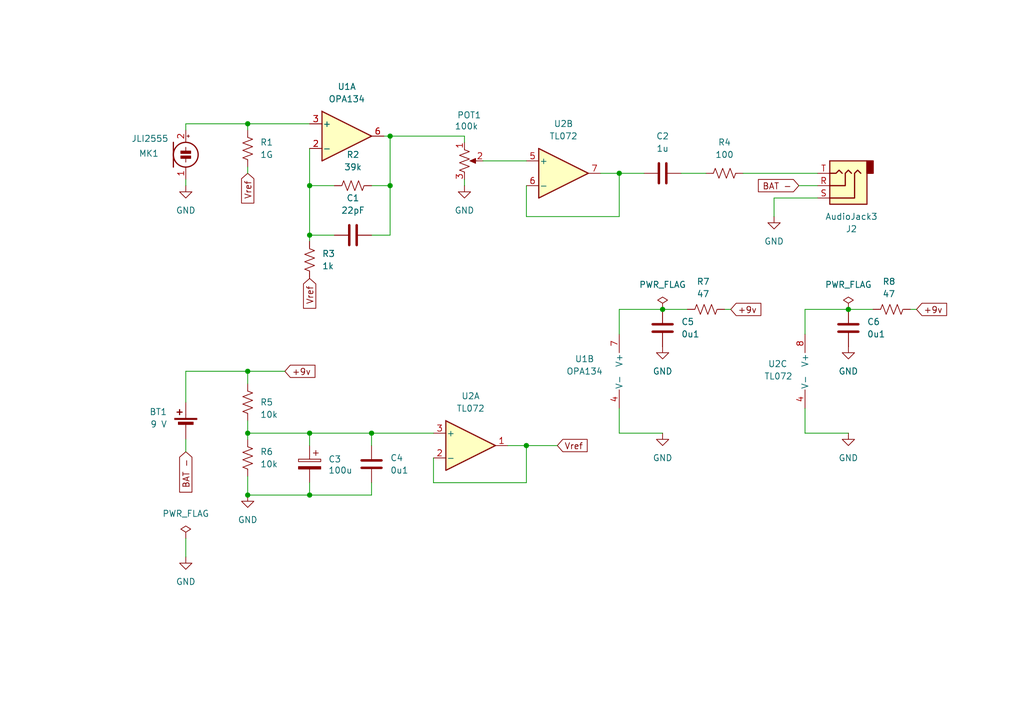
<source format=kicad_sch>
(kicad_sch (version 20250114) (generator "eeschema") (generator_version "9.0")
  (paper "A5")
  (title_block (title "JLI 2555 tin can mic ") (date "2025-05-25") (rev "2.0") (company "Anauseam"))
  (lib_symbols
    (symbol "Amplifier_Operational:TL072" (pin_names (offset 0.127))
      (property "Reference" "U" (at 0 5.08 0))
      (property "Value" "TL072" (at 0 -5.08 0))
      (symbol "TL072_1_1"
        (polyline (pts (xy -5.08 5.08) (xy 5.08 0) (xy -5.08 -5.08) (xy -5.08 5.08)) (stroke (width 0.254)) (fill (type background)))
        (pin input line (at -7.62 2.54 0) (length 2.54) (name "+") (number "3"))
        (pin input line (at -7.62 -2.54 0) (length 2.54) (name "-") (number "2"))
        (pin output line (at 7.62 0 180) (length 2.54) (name "~") (number "1"))
      )
      (symbol "TL072_2_1"
        (polyline (pts (xy -5.08 5.08) (xy 5.08 0) (xy -5.08 -5.08) (xy -5.08 5.08)) (stroke (width 0.254)) (fill (type background)))
        (pin input line (at -7.62 2.54 0) (length 2.54) (name "+") (number "5"))
        (pin input line (at -7.62 -2.54 0) (length 2.54) (name "-") (number "6"))
        (pin output line (at 7.62 0 180) (length 2.54) (name "~") (number "7"))
      )
      (symbol "TL072_3_1"
        (pin power_in line (at -2.54 7.62 270) (length 3.81) (name "V+") (number "8"))
        (pin power_in line (at -2.54 -7.62 90) (length 3.81) (name "V-") (number "4"))
      )
    )
    (symbol "Anauseam:OPA134" (pin_names (offset 0.127))
      (property "Reference" "U" (at 1.27 6.35 0))
      (property "Value" "OPA134" (at 1.27 3.81 0))
      (symbol "OPA134_1_1"
        (polyline (pts (xy -5.08 5.08) (xy 5.08 0) (xy -5.08 -5.08) (xy -5.08 5.08)) (stroke (width 0.254)) (fill (type background)))
        (pin input line (at -7.62 2.54 0) (length 2.54) (name "+") (number "3"))
        (pin input line (at -7.62 -2.54 0) (length 2.54) (name "-") (number "2"))
        (pin output line (at 7.62 0 180) (length 2.54) (name "~") (number "6"))
      )
      (symbol "OPA134_2_1"
        (pin power_in line (at -2.54 7.62 270) (length 3.81) (name "V+") (number "7"))
        (pin power_in line (at -2.54 -7.62 90) (length 3.81) (name "V-") (number "4"))
        (pin no_connect line (at 0 2.54 270) (length 2.54) (hide yes) (name "NC") (number "5"))
        (pin no_connect line (at 0 -7.62 90) (length 5.08) (hide yes) (name "NC") (number "1"))
        (pin no_connect line (at 2.54 -7.62 90) (length 6.35) (hide yes) (name "NC") (number "8"))
      )
    )
    (symbol "Connector_Audio:AudioJack3"
      (property "Reference" "J" (at 0 8.89 0))
      (property "Value" "AudioJack3" (at 0 6.35 0))
      (symbol "AudioJack3_0_1"
        (rectangle (start -5.08 -5.08) (end -6.35 -2.54) (stroke (width 0.254)) (fill (type outline)))
        (polyline (pts (xy -1.905 -2.54) (xy -1.27 -3.175) (xy -0.635 -2.54) (xy -0.635 0) (xy 2.54 0)) (stroke (width 0.254)))
        (polyline (pts (xy 0 -2.54) (xy 0.635 -3.175) (xy 1.27 -2.54) (xy 2.54 -2.54)) (stroke (width 0.254)))
        (rectangle (start 2.54 3.81) (end -5.08 -5.08) (stroke (width 0.254)) (fill (type background)))
        (polyline (pts (xy 2.54 2.54) (xy -2.54 2.54) (xy -2.54 -2.54) (xy -3.175 -3.175) (xy -3.81 -2.54)) (stroke (width 0.254)))
      )
      (symbol "AudioJack3_1_1"
        (pin passive line (at 5.08 2.54 180) (length 2.54) (name "~") (number "S"))
        (pin passive line (at 5.08 0 180) (length 2.54) (name "~") (number "R"))
        (pin passive line (at 5.08 -2.54 180) (length 2.54) (name "~") (number "T"))
      )
    )
    (symbol "Device:Battery_Cell" (pin_numbers (hide yes)) (pin_names (offset 0) (hide yes))
      (property "Reference" "BT" (at 2.54 2.54 0))
      (property "Value" "Battery_Cell" (at 2.54 0 0))
      (symbol "Battery_Cell_0_1"
        (rectangle (start -2.286 1.778) (end 2.286 1.524) (fill (type outline)))
        (rectangle (start -1.524 1.016) (end 1.524 0.508) (fill (type outline)))
        (polyline (pts (xy 0 1.778) (xy 0 2.54)))
        (polyline (pts (xy 0 0.762) (xy 0 0)))
        (polyline (pts (xy 0.762 3.048) (xy 1.778 3.048)) (stroke (width 0.254)))
        (polyline (pts (xy 1.27 3.556) (xy 1.27 2.54)) (stroke (width 0.254)))
      )
      (symbol "Battery_Cell_1_1"
        (pin passive line (at 0 5.08 270) (length 2.54) (name "+") (number "1"))
        (pin passive line (at 0 -2.54 90) (length 2.54) (name "-") (number "2"))
      )
    )
    (symbol "Device:C" (pin_numbers (hide yes)) (pin_names (offset 0.254))
      (property "Reference" "C" (at 0.635 2.54 0))
      (property "Value" "C" (at 0.635 -2.54 0))
      (symbol "C_0_1"
        (polyline (pts (xy -2.032 0.762) (xy 2.032 0.762)) (stroke (width 0.508)))
        (polyline (pts (xy -2.032 -0.762) (xy 2.032 -0.762)) (stroke (width 0.508)))
      )
      (symbol "C_1_1"
        (pin passive line (at 0 3.81 270) (length 2.794) (name "~") (number "1"))
        (pin passive line (at 0 -3.81 90) (length 2.794) (name "~") (number "2"))
      )
    )
    (symbol "Device:C_Polarized" (pin_numbers (hide yes)) (pin_names (offset 0.254))
      (property "Reference" "C" (at 0.635 2.54 0))
      (property "Value" "C_Polarized" (at 0.635 -2.54 0))
      (symbol "C_Polarized_0_1"
        (rectangle (start -2.286 0.508) (end 2.286 1.016))
        (polyline (pts (xy -1.778 2.286) (xy -0.762 2.286)))
        (polyline (pts (xy -1.27 2.794) (xy -1.27 1.778)))
        (rectangle (start 2.286 -0.508) (end -2.286 -1.016) (fill (type outline)))
      )
      (symbol "C_Polarized_1_1"
        (pin passive line (at 0 3.81 270) (length 2.794) (name "~") (number "1"))
        (pin passive line (at 0 -3.81 90) (length 2.794) (name "~") (number "2"))
      )
    )
    (symbol "Device:Microphone_Condenser" (pin_names (offset 0.0254) (hide yes))
      (property "Reference" "MK" (at -3.302 1.27 0))
      (property "Value" "Microphone_Condenser" (at -3.302 -0.635 0))
      (symbol "Microphone_Condenser_0_1"
        (polyline (pts (xy -2.54 2.54) (xy -2.54 -2.54)) (stroke (width 0.254)))
        (polyline (pts (xy 0 0.762) (xy 0 1.524)))
        (circle (center 0 0) (radius 2.54) (stroke (width 0.254)))
        (polyline (pts (xy 0 -0.762) (xy 0 -1.524)))
        (polyline (pts (xy 0.254 3.81) (xy 0.762 3.81)))
        (polyline (pts (xy 0.508 4.064) (xy 0.508 3.556)))
        (rectangle (start 1.016 0.762) (end -1.016 0.254) (fill (type outline)))
        (rectangle (start 1.016 -0.254) (end -1.016 -0.762) (fill (type outline)))
      )
      (symbol "Microphone_Condenser_1_1"
        (pin passive line (at 0 5.08 270) (length 2.54) (name "+") (number "2"))
        (pin passive line (at 0 -5.08 90) (length 2.54) (name "-") (number "1"))
      )
    )
    (symbol "Device:R_Potentiometer_US" (pin_names (offset 1.016) (hide yes))
      (property "Reference" "RV" (at -4.445 0 90))
      (property "Value" "R_Potentiometer_US" (at -2.54 0 90))
      (symbol "R_Potentiometer_US_0_1"
        (polyline (pts (xy 0 2.54) (xy 0 2.286)))
        (polyline (pts (xy 0 2.286) (xy 1.016 1.905) (xy 0 1.524) (xy -1.016 1.143) (xy 0 0.762)))
        (polyline (pts (xy 0 0.762) (xy 1.016 0.381) (xy 0 0) (xy -1.016 -0.381) (xy 0 -0.762)))
        (polyline (pts (xy 0 -0.762) (xy 1.016 -1.143) (xy 0 -1.524) (xy -1.016 -1.905) (xy 0 -2.286)))
        (polyline (pts (xy 0 -2.286) (xy 0 -2.54)))
        (polyline (pts (xy 1.143 0) (xy 2.286 0.508) (xy 2.286 -0.508) (xy 1.143 0)) (fill (type outline)))
        (polyline (pts (xy 2.54 0) (xy 1.524 0)))
      )
      (symbol "R_Potentiometer_US_1_1"
        (pin passive line (at 0 3.81 270) (length 1.27) (name "1") (number "1"))
        (pin passive line (at 0 -3.81 90) (length 1.27) (name "3") (number "3"))
        (pin passive line (at 3.81 0 180) (length 1.27) (name "2") (number "2"))
      )
    )
    (symbol "Device:R_US" (pin_numbers (hide yes)) (pin_names (offset 0))
      (property "Reference" "R" (at 2.54 0 90))
      (property "Value" "R_US" (at -2.54 0 90))
      (symbol "R_US_0_1"
        (polyline (pts (xy 0 2.286) (xy 0 2.54)))
        (polyline (pts (xy 0 2.286) (xy 1.016 1.905) (xy 0 1.524) (xy -1.016 1.143) (xy 0 0.762)))
        (polyline (pts (xy 0 0.762) (xy 1.016 0.381) (xy 0 0) (xy -1.016 -0.381) (xy 0 -0.762)))
        (polyline (pts (xy 0 -0.762) (xy 1.016 -1.143) (xy 0 -1.524) (xy -1.016 -1.905) (xy 0 -2.286)))
        (polyline (pts (xy 0 -2.286) (xy 0 -2.54)))
      )
      (symbol "R_US_1_1"
        (pin passive line (at 0 3.81 270) (length 1.27) (name "~") (number "1"))
        (pin passive line (at 0 -3.81 90) (length 1.27) (name "~") (number "2"))
      )
    )
    (symbol "power:GND" (power) (pin_numbers (hide yes)) (pin_names (offset 0) (hide yes))
      (property "Value" "GND" (at 0 -3.81 0))
      (symbol "GND_0_1"
        (polyline (pts (xy 0 0) (xy 0 -1.27) (xy 1.27 -1.27) (xy 0 -2.54) (xy -1.27 -1.27) (xy 0 -1.27)))
      )
      (symbol "GND_1_1"
        (pin power_in line (at 0 0 270) (length 0) (name "~") (number "1"))
      )
    )
    (symbol "power:PWR_FLAG" (power) (pin_numbers (hide yes)) (pin_names (offset 0) (hide yes))
      (property "Value" "PWR_FLAG" (at 0 3.81 0))
      (symbol "PWR_FLAG_0_0"
        (pin power_out line (at 0 0 90) (length 0) (name "~") (number "1"))
      )
      (symbol "PWR_FLAG_0_1"
        (polyline (pts (xy 0 0) (xy 0 1.27) (xy -1.016 1.905) (xy 0 2.54) (xy 1.016 1.905) (xy 0 1.27)))
      )
    )
  )
  (junction (at 63.5 38.1))
  (junction (at 127 35.56))
  (junction (at 80.01 27.94))
  (junction (at 63.5 88.9))
  (junction (at 76.2 88.9))
  (junction (at 135.89 63.5))
  (junction (at 80.01 38.1))
  (junction (at 107.95 91.44))
  (junction (at 50.8 88.9))
  (junction (at 63.5 48.26))
  (junction (at 50.8 101.6))
  (junction (at 63.5 101.6))
  (junction (at 50.8 25.4))
  (junction (at 173.99 63.5))
  (junction (at 50.8 76.2))
  (wire (pts (xy 139.7 35.56) (xy 144.78 35.56)))
  (wire (pts (xy 107.95 44.45) (xy 127 44.45)))
  (wire (pts (xy 38.1 25.4) (xy 50.8 25.4)))
  (wire (pts (xy 63.5 48.26) (xy 63.5 49.53)))
  (wire (pts (xy 50.8 101.6) (xy 50.8 97.79)))
  (wire (pts (xy 63.5 30.48) (xy 63.5 38.1)))
  (wire (pts (xy 186.69 63.5) (xy 187.96 63.5)))
  (wire (pts (xy 152.4 35.56) (xy 167.64 35.56)))
  (wire (pts (xy 80.01 27.94) (xy 80.01 38.1)))
  (wire (pts (xy 76.2 99.06) (xy 76.2 101.6)))
  (wire (pts (xy 127 83.82) (xy 127 88.9)))
  (wire (pts (xy 158.75 40.64) (xy 158.75 44.45)))
  (wire (pts (xy 50.8 86.36) (xy 50.8 88.9)))
  (wire (pts (xy 50.8 25.4) (xy 63.5 25.4)))
  (wire (pts (xy 50.8 101.6) (xy 63.5 101.6)))
  (wire (pts (xy 76.2 48.26) (xy 80.01 48.26)))
  (wire (pts (xy 76.2 88.9) (xy 88.9 88.9)))
  (wire (pts (xy 50.8 76.2) (xy 58.42 76.2)))
  (wire (pts (xy 38.1 76.2) (xy 38.1 82.55)))
  (wire (pts (xy 80.01 38.1) (xy 80.01 48.26)))
  (wire (pts (xy 165.1 63.5) (xy 165.1 68.58)))
  (wire (pts (xy 88.9 99.06) (xy 107.95 99.06)))
  (wire (pts (xy 50.8 35.56) (xy 50.8 34.29)))
  (wire (pts (xy 80.01 27.94) (xy 95.25 27.94)))
  (wire (pts (xy 173.99 63.5) (xy 165.1 63.5)))
  (wire (pts (xy 63.5 101.6) (xy 63.5 99.06)))
  (wire (pts (xy 135.89 63.5) (xy 140.97 63.5)))
  (wire (pts (xy 38.1 90.17) (xy 38.1 92.71)))
  (wire (pts (xy 78.74 27.94) (xy 80.01 27.94)))
  (wire (pts (xy 95.25 27.94) (xy 95.25 29.21)))
  (wire (pts (xy 50.8 88.9) (xy 50.8 90.17)))
  (wire (pts (xy 38.1 38.1) (xy 38.1 36.83)))
  (wire (pts (xy 63.5 48.26) (xy 68.58 48.26)))
  (wire (pts (xy 63.5 38.1) (xy 63.5 48.26)))
  (wire (pts (xy 135.89 88.9) (xy 127 88.9)))
  (wire (pts (xy 107.95 91.44) (xy 107.95 99.06)))
  (wire (pts (xy 104.14 91.44) (xy 107.95 91.44)))
  (wire (pts (xy 63.5 38.1) (xy 68.58 38.1)))
  (wire (pts (xy 63.5 88.9) (xy 63.5 91.44)))
  (wire (pts (xy 127 35.56) (xy 132.08 35.56)))
  (wire (pts (xy 99.06 33.02) (xy 107.95 33.02)))
  (wire (pts (xy 127 63.5) (xy 127 68.58)))
  (wire (pts (xy 76.2 38.1) (xy 80.01 38.1)))
  (wire (pts (xy 50.8 26.67) (xy 50.8 25.4)))
  (wire (pts (xy 173.99 63.5) (xy 179.07 63.5)))
  (wire (pts (xy 38.1 26.67) (xy 38.1 25.4)))
  (wire (pts (xy 123.19 35.56) (xy 127 35.56)))
  (wire (pts (xy 38.1 76.2) (xy 50.8 76.2)))
  (wire (pts (xy 163.83 38.1) (xy 167.64 38.1)))
  (wire (pts (xy 76.2 101.6) (xy 63.5 101.6)))
  (wire (pts (xy 127 44.45) (xy 127 35.56)))
  (wire (pts (xy 173.99 88.9) (xy 165.1 88.9)))
  (wire (pts (xy 76.2 91.44) (xy 76.2 88.9)))
  (wire (pts (xy 165.1 83.82) (xy 165.1 88.9)))
  (wire (pts (xy 107.95 91.44) (xy 114.3 91.44)))
  (wire (pts (xy 148.59 63.5) (xy 149.86 63.5)))
  (wire (pts (xy 63.5 88.9) (xy 76.2 88.9)))
  (wire (pts (xy 38.1 110.49) (xy 38.1 114.3)))
  (wire (pts (xy 158.75 40.64) (xy 167.64 40.64)))
  (wire (pts (xy 50.8 78.74) (xy 50.8 76.2)))
  (wire (pts (xy 50.8 88.9) (xy 63.5 88.9)))
  (wire (pts (xy 107.95 38.1) (xy 107.95 44.45)))
  (wire (pts (xy 95.25 38.1) (xy 95.25 36.83)))
  (wire (pts (xy 135.89 63.5) (xy 127 63.5)))
  (wire (pts (xy 88.9 93.98) (xy 88.9 99.06)))
  (global_label "+9v" (shape input) (at 58.42 76.2 0) (property "Intersheetrefs" "${INTERSHEET_REFS}" (effects (hide yes))))
  (global_label "Vref" (shape input) (at 50.8 35.56 270) (property "Intersheetrefs" "${INTERSHEET_REFS}" (effects (hide yes))))
  (global_label "BAT -" (shape input) (at 163.83 38.1 180) (property "Intersheetrefs" "${INTERSHEET_REFS}" (effects (hide yes))))
  (global_label "BAT -" (shape input) (at 38.1 92.71 270) (property "Intersheetrefs" "${INTERSHEET_REFS}" (effects (hide yes))))
  (global_label "+9v" (shape input) (at 149.86 63.5 0) (property "Intersheetrefs" "${INTERSHEET_REFS}" (effects (hide yes))))
  (global_label "+9v" (shape input) (at 187.96 63.5 0) (property "Intersheetrefs" "${INTERSHEET_REFS}" (effects (hide yes))))
  (global_label "Vref" (shape input) (at 114.3 91.44 0) (property "Intersheetrefs" "${INTERSHEET_REFS}" (effects (hide yes))))
  (global_label "Vref" (shape input) (at 63.5 57.15 270) (property "Intersheetrefs" "${INTERSHEET_REFS}" (effects (hide yes))))
  (symbol (lib_id "power:GND") (at 158.75 44.45 0) (mirror y) (unit 1)
    (property "Reference" "#PWR013" (effects (hide yes)))
    (property "Value" "GND" (at 158.75 49.53 0))
    (property "Description" "Power symbol creates a global label with name \"GND\" , ground" (effects (hide yes)))
  )
  (symbol (lib_id "power:GND") (at 38.1 38.1 0) (mirror y) (unit 1)
    (property "Reference" "#PWR02" (effects (hide yes)))
    (property "Value" "GND" (at 38.1 43.18 0))
    (property "Description" "Power symbol creates a global label with name \"GND\" , ground" (effects (hide yes)))
  )
  (symbol (lib_id "power:GND") (at 38.1 114.3 0) (mirror y) (unit 1)
    (property "Reference" "#PWR05" (effects (hide yes)))
    (property "Value" "GND" (at 38.1 119.38 0))
    (property "Description" "Power symbol creates a global label with name \"GND\" , ground" (effects (hide yes)))
  )
  (symbol (lib_id "Device:R_US") (at 63.5 53.34 0) (unit 1)
    (property "Reference" "R3" (at 66.04 52.0699 0) (effects (justify left)))
    (property "Value" "1k" (at 66.04 54.6099 0) (effects (justify left)))
    (property "Footprint" "Resistor_THT:R_Axial_DIN0207_L6.3mm_D2.5mm_P10.16mm_Horizontal" (effects (hide yes)))
    (property "Description" "Resistor, US symbol" (effects (hide yes)))
  )
  (symbol (lib_id "Device:R_US") (at 182.88 63.5 90) (unit 1)
    (property "Reference" "R8" (at 180.975 57.7849 90) (effects (justify right)))
    (property "Value" "47" (at 180.975 60.3249 90) (effects (justify right)))
    (property "Footprint" "Resistor_THT:R_Axial_DIN0207_L6.3mm_D2.5mm_P10.16mm_Horizontal" (effects (hide yes)))
    (property "Description" "Resistor, US symbol" (effects (hide yes)))
  )
  (symbol (lib_id "power:GND") (at 95.25 38.1 0) (mirror y) (unit 1)
    (property "Reference" "#PWR09" (effects (hide yes)))
    (property "Value" "GND" (at 95.25 43.18 0))
    (property "Description" "Power symbol creates a global label with name \"GND\" , ground" (effects (hide yes)))
  )
  (symbol (lib_id "power:GND") (at 135.89 88.9 0) (mirror y) (unit 1)
    (property "Reference" "#PWR015" (effects (hide yes)))
    (property "Value" "GND" (at 135.89 93.98 0))
    (property "Description" "Power symbol creates a global label with name \"GND\" , ground" (effects (hide yes)))
  )
  (symbol (lib_id "Device:Microphone_Condenser") (at 38.1 31.75 0) (unit 1)
    (property "Reference" "MK1" (at 28.448 31.496 0) (effects (justify left)))
    (property "Value" "JLI2555" (at 26.924 28.448 0) (effects (justify left)))
    (property "Footprint" "Connector_Wire:SolderWire-0.1sqmm_1x02_P3.6mm_D0.4mm_OD1mm" (effects (hide yes)))
    (property "Description" "Condenser microphone" (effects (hide yes)))
  )
  (symbol (lib_id "Device:R_US") (at 148.59 35.56 90) (unit 1)
    (property "Reference" "R4" (at 148.59 29.21 90))
    (property "Value" "100" (at 148.59 31.75 90))
    (property "Footprint" "Resistor_THT:R_Axial_DIN0207_L6.3mm_D2.5mm_P10.16mm_Horizontal" (effects (hide yes)))
    (property "Description" "Resistor, US symbol" (effects (hide yes)))
  )
  (symbol (lib_id "power:GND") (at 135.89 71.12 0) (mirror y) (unit 1)
    (property "Reference" "#PWR014" (effects (hide yes)))
    (property "Value" "GND" (at 135.89 76.2 0))
    (property "Description" "Power symbol creates a global label with name \"GND\" , ground" (effects (hide yes)))
  )
  (symbol (lib_id "Device:C_Polarized") (at 63.5 95.25 0) (mirror y) (unit 1)
    (property "Reference" "C3" (at 67.31 94.234 0) (effects (justify right)))
    (property "Value" "100u" (at 67.31 96.52 0) (effects (justify right)))
    (property "Footprint" "Capacitor_THT:CP_Radial_D6.3mm_P2.50mm" (effects (hide yes)))
    (property "Description" "Polarized capacitor" (effects (hide yes)))
  )
  (symbol (lib_id "power:GND") (at 50.8 101.6 0) (mirror y) (unit 1)
    (property "Reference" "#PWR01" (effects (hide yes)))
    (property "Value" "GND" (at 50.8 106.68 0))
    (property "Description" "Power symbol creates a global label with name \"GND\" , ground" (effects (hide yes)))
  )
  (symbol (lib_id "Device:C") (at 72.39 48.26 90) (unit 1)
    (property "Reference" "C1" (at 72.39 40.64 90))
    (property "Value" "22pF" (at 72.39 43.18 90))
    (property "Footprint" "Capacitor_THT:C_Disc_D5.0mm_W2.5mm_P2.50mm" (effects (hide yes)))
    (property "Description" "Unpolarized capacitor" (effects (hide yes)))
  )
  (symbol (lib_id "Device:C") (at 173.99 67.31 180) (unit 1)
    (property "Reference" "C6" (at 177.8 66.0399 0) (effects (justify right)))
    (property "Value" "0u1" (at 177.8 68.5799 0) (effects (justify right)))
    (property "Footprint" "Capacitor_THT:C_Disc_D5.0mm_W2.5mm_P2.50mm" (effects (hide yes)))
    (property "Description" "Unpolarized capacitor" (effects (hide yes)))
  )
  (symbol (lib_id "Amplifier_Operational:TL072") (at 115.57 35.56 0) (unit 2)
    (property "Reference" "U2" (at 115.57 25.4 0))
    (property "Value" "TL072" (at 115.57 27.94 0))
    (property "Footprint" "Package_DIP:DIP-8_W7.62mm_Socket" (effects (hide yes)))
    (property "Datasheet" "http://www.ti.com/lit/ds/symlink/tl071.pdf" (effects (hide yes)))
    (property "Description" "Dual Low-Noise JFET-Input Operational Amplifiers, DIP-8/SOIC-8" (effects (hide yes)))
  )
  (symbol (lib_id "power:PWR_FLAG") (at 173.99 63.5 0) (unit 1)
    (property "Reference" "#FLG05" (effects (hide yes)))
    (property "Value" "PWR_FLAG" (at 173.99 58.42 0))
    (property "Description" "Special symbol for telling ERC where power comes from" (effects (hide yes)))
  )
  (symbol (lib_id "Device:C") (at 135.89 67.31 180) (unit 1)
    (property "Reference" "C5" (at 139.7 66.0399 0) (effects (justify right)))
    (property "Value" "0u1" (at 139.7 68.5799 0) (effects (justify right)))
    (property "Footprint" "Capacitor_THT:C_Disc_D5.0mm_W2.5mm_P2.50mm" (effects (hide yes)))
    (property "Description" "Unpolarized capacitor" (effects (hide yes)))
  )
  (symbol (lib_id "Device:C") (at 135.89 35.56 90) (unit 1)
    (property "Reference" "C2" (at 135.89 27.94 90))
    (property "Value" "1u" (at 135.89 30.48 90))
    (property "Footprint" "Capacitor_THT:C_Rect_L7.2mm_W4.5mm_P5.00mm_FKS2_FKP2_MKS2_MKP2" (effects (hide yes)))
    (property "Description" "Unpolarized capacitor" (effects (hide yes)))
  )
  (symbol (lib_id "Amplifier_Operational:TL072") (at 96.52 91.44 0) (unit 1)
    (property "Reference" "U2" (at 96.52 81.28 0))
    (property "Value" "TL072" (at 96.52 83.82 0))
    (property "Footprint" "Package_DIP:DIP-8_W7.62mm_Socket" (effects (hide yes)))
    (property "Datasheet" "http://www.ti.com/lit/ds/symlink/tl071.pdf" (effects (hide yes)))
    (property "Description" "Dual Low-Noise JFET-Input Operational Amplifiers, DIP-8/SOIC-8" (effects (hide yes)))
  )
  (symbol (lib_id "Anauseam:OPA134") (at 129.54 76.2 0) (unit 2)
    (property "Reference" "U1" (at 119.888 73.66 0))
    (property "Value" "OPA134" (at 119.888 76.2 0))
    (property "Footprint" "Package_DIP:DIP-8_W7.62mm_Socket" (effects (hide yes)))
    (property "Datasheet" "http://www.ti.com/lit/ds/symlink/opa134.pdf" (effects (hide yes)))
    (property "Description" "Single SoundPlus High Performance Audio Operational Amplifiers, DIP-8/SOIC-8" (effects (hide yes)))
  )
  (symbol (lib_id "Connector_Audio:AudioJack3") (at 172.72 38.1 180) (unit 1)
    (property "Reference" "J2" (at 174.625 46.99 0))
    (property "Value" "AudioJack3" (at 174.625 44.45 0))
    (property "Footprint" "Connector_Audio:Jack_3.5mm_CUI_SJ1-3513N_Horizontal" (effects (hide yes)))
    (property "Description" "Audio Jack, 3 Poles (Stereo / TRS)" (effects (hide yes)))
  )
  (symbol (lib_id "Device:R_US") (at 72.39 38.1 90) (unit 1)
    (property "Reference" "R2" (at 72.39 31.75 90))
    (property "Value" "39k" (at 72.39 34.29 90))
    (property "Footprint" "Resistor_THT:R_Axial_DIN0207_L6.3mm_D2.5mm_P10.16mm_Horizontal" (effects (hide yes)))
    (property "Description" "Resistor, US symbol" (effects (hide yes)))
  )
  (symbol (lib_id "Device:R_US") (at 50.8 30.48 0) (unit 1)
    (property "Reference" "R1" (at 53.34 29.2099 0) (effects (justify left)))
    (property "Value" "1G" (at 53.34 31.7499 0) (effects (justify left)))
    (property "Footprint" "Resistor_THT:R_Axial_DIN0207_L6.3mm_D2.5mm_P10.16mm_Horizontal" (effects (hide yes)))
    (property "Description" "Resistor, US symbol" (effects (hide yes)))
  )
  (symbol (lib_id "power:GND") (at 173.99 88.9 0) (mirror y) (unit 1)
    (property "Reference" "#PWR04" (effects (hide yes)))
    (property "Value" "GND" (at 173.99 93.98 0))
    (property "Description" "Power symbol creates a global label with name \"GND\" , ground" (effects (hide yes)))
  )
  (symbol (lib_id "Device:R_US") (at 50.8 82.55 0) (unit 1)
    (property "Reference" "R5" (at 53.34 82.5499 0) (effects (justify left)))
    (property "Value" "10k" (at 53.34 85.0899 0) (effects (justify left)))
    (property "Footprint" "Resistor_THT:R_Axial_DIN0207_L6.3mm_D2.5mm_P10.16mm_Horizontal" (effects (hide yes)))
    (property "Description" "Resistor, US symbol" (effects (hide yes)))
  )
  (symbol (lib_id "power:PWR_FLAG") (at 38.1 110.49 0) (unit 1)
    (property "Reference" "#FLG01" (effects (hide yes)))
    (property "Value" "PWR_FLAG" (at 38.1 105.41 0))
    (property "Description" "Special symbol for telling ERC where power comes from" (effects (hide yes)))
  )
  (symbol (lib_id "Amplifier_Operational:TL072") (at 167.64 76.2 0) (unit 3)
    (property "Reference" "U2" (at 157.48 74.676 0) (effects (justify left)))
    (property "Value" "TL072" (at 156.718 77.216 0) (effects (justify left)))
    (property "Footprint" "Package_DIP:DIP-8_W7.62mm_Socket" (effects (hide yes)))
    (property "Datasheet" "http://www.ti.com/lit/ds/symlink/tl071.pdf" (effects (hide yes)))
    (property "Description" "Dual Low-Noise JFET-Input Operational Amplifiers, DIP-8/SOIC-8" (effects (hide yes)))
  )
  (symbol (lib_id "Anauseam:OPA134") (at 71.12 27.94 0) (unit 1)
    (property "Reference" "U1" (at 71.12 17.78 0))
    (property "Value" "OPA134" (at 71.12 20.32 0))
    (property "Footprint" "Package_DIP:DIP-8_W7.62mm_Socket" (effects (hide yes)))
    (property "Datasheet" "http://www.ti.com/lit/ds/symlink/opa134.pdf" (effects (hide yes)))
    (property "Description" "Single SoundPlus High Performance Audio Operational Amplifiers, DIP-8/SOIC-8" (effects (hide yes)))
  )
  (symbol (lib_id "Device:R_US") (at 50.8 93.98 0) (unit 1)
    (property "Reference" "R6" (at 53.34 92.7099 0) (effects (justify left)))
    (property "Value" "10k" (at 53.34 95.2499 0) (effects (justify left)))
    (property "Footprint" "Resistor_THT:R_Axial_DIN0207_L6.3mm_D2.5mm_P10.16mm_Horizontal" (effects (hide yes)))
    (property "Description" "Resistor, US symbol" (effects (hide yes)))
  )
  (symbol (lib_id "power:PWR_FLAG") (at 135.89 63.5 0) (unit 1)
    (property "Reference" "#FLG03" (effects (hide yes)))
    (property "Value" "PWR_FLAG" (at 135.89 58.42 0))
    (property "Description" "Special symbol for telling ERC where power comes from" (effects (hide yes)))
  )
  (symbol (lib_id "Device:C") (at 76.2 95.25 180) (unit 1)
    (property "Reference" "C4" (at 80.01 93.9799 0) (effects (justify right)))
    (property "Value" "0u1" (at 80.01 96.5199 0) (effects (justify right)))
    (property "Footprint" "Capacitor_THT:C_Disc_D5.0mm_W2.5mm_P5.00mm" (effects (hide yes)))
    (property "Description" "Unpolarized capacitor" (effects (hide yes)))
  )
  (symbol (lib_id "power:GND") (at 173.99 71.12 0) (mirror y) (unit 1)
    (property "Reference" "#PWR03" (effects (hide yes)))
    (property "Value" "GND" (at 173.99 76.2 0))
    (property "Description" "Power symbol creates a global label with name \"GND\" , ground" (effects (hide yes)))
  )
  (symbol (lib_id "Device:R_Potentiometer_US") (at 95.25 33.02 0) (unit 1)
    (property "Reference" "POT1" (at 93.726 23.622 0) (effects (justify left)))
    (property "Value" "100k" (at 93.218 25.908 0) (effects (justify left)))
    (property "Footprint" "Potentiometer_THT:Potentiometer_Alps_RK09Y11_Single_Horizontal" (effects (hide yes)))
    (property "Description" "Potentiometer, US symbol" (effects (hide yes)))
  )
  (symbol (lib_id "Device:R_US") (at 144.78 63.5 90) (unit 1)
    (property "Reference" "R7" (at 142.875 57.7849 90) (effects (justify right)))
    (property "Value" "47" (at 142.875 60.3249 90) (effects (justify right)))
    (property "Footprint" "Resistor_THT:R_Axial_DIN0207_L6.3mm_D2.5mm_P10.16mm_Horizontal" (effects (hide yes)))
    (property "Description" "Resistor, US symbol" (effects (hide yes)))
  )
  (symbol (lib_id "Device:Battery_Cell") (at 38.1 87.63 0) (mirror y) (unit 1)
    (property "Reference" "BT1" (at 34.29 84.5184 0) (effects (justify left)))
    (property "Value" "9 V" (at 34.29 87.0584 0) (effects (justify left)))
    (property "Footprint" "Battery:BatteryHolder_MPD_BA9VPC_1xPP3" (effects (hide yes)))
    (property "Description" "Single-cell battery" (effects (hide yes)))
  )
)
</source>
